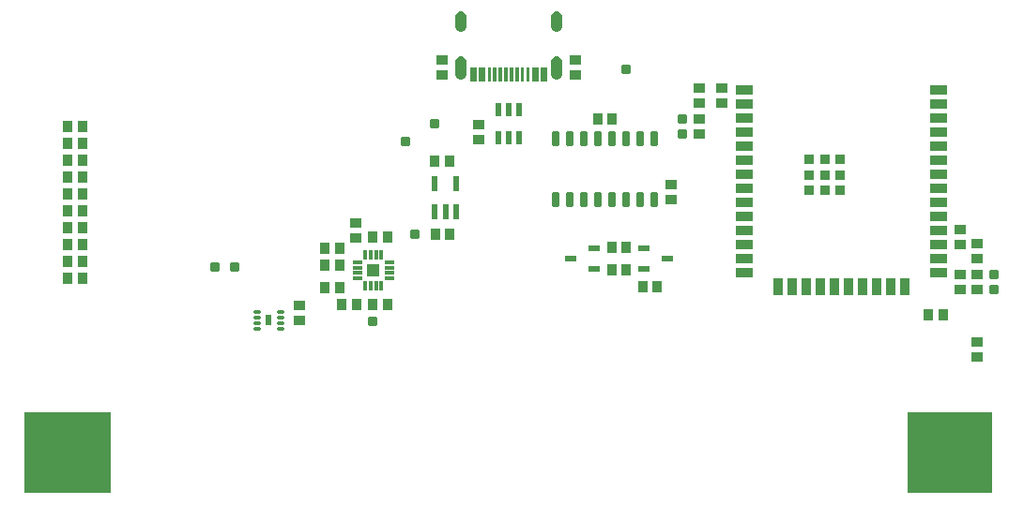
<source format=gtp>
G04*
G04 #@! TF.GenerationSoftware,Altium Limited,Altium Designer,23.9.2 (47)*
G04*
G04 Layer_Color=8421504*
%FSLAX44Y44*%
%MOMM*%
G71*
G04*
G04 #@! TF.SameCoordinates,62824387-D865-4AF8-97CC-6DA101F7C082*
G04*
G04*
G04 #@! TF.FilePolarity,Positive*
G04*
G01*
G75*
%ADD16R,1.0000X0.9000*%
%ADD17R,0.9000X1.0000*%
G04:AMPARAMS|DCode=18|XSize=1.31mm|YSize=0.62mm|CornerRadius=0.0775mm|HoleSize=0mm|Usage=FLASHONLY|Rotation=270.000|XOffset=0mm|YOffset=0mm|HoleType=Round|Shape=RoundedRectangle|*
%AMROUNDEDRECTD18*
21,1,1.3100,0.4650,0,0,270.0*
21,1,1.1550,0.6200,0,0,270.0*
1,1,0.1550,-0.2325,-0.5775*
1,1,0.1550,-0.2325,0.5775*
1,1,0.1550,0.2325,0.5775*
1,1,0.1550,0.2325,-0.5775*
%
%ADD18ROUNDEDRECTD18*%
%ADD19R,1.5000X0.9000*%
%ADD20R,0.9000X1.5000*%
%ADD21R,0.9000X0.9000*%
%ADD22O,0.7000X0.3000*%
%ADD23R,0.6000X1.4000*%
G04:AMPARAMS|DCode=24|XSize=0.86mm|YSize=0.26mm|CornerRadius=0.0325mm|HoleSize=0mm|Usage=FLASHONLY|Rotation=90.000|XOffset=0mm|YOffset=0mm|HoleType=Round|Shape=RoundedRectangle|*
%AMROUNDEDRECTD24*
21,1,0.8600,0.1950,0,0,90.0*
21,1,0.7950,0.2600,0,0,90.0*
1,1,0.0650,0.0975,0.3975*
1,1,0.0650,0.0975,-0.3975*
1,1,0.0650,-0.0975,-0.3975*
1,1,0.0650,-0.0975,0.3975*
%
%ADD24ROUNDEDRECTD24*%
G04:AMPARAMS|DCode=25|XSize=0.86mm|YSize=0.26mm|CornerRadius=0.0325mm|HoleSize=0mm|Usage=FLASHONLY|Rotation=180.000|XOffset=0mm|YOffset=0mm|HoleType=Round|Shape=RoundedRectangle|*
%AMROUNDEDRECTD25*
21,1,0.8600,0.1950,0,0,180.0*
21,1,0.7950,0.2600,0,0,180.0*
1,1,0.0650,-0.3975,0.0975*
1,1,0.0650,0.3975,0.0975*
1,1,0.0650,0.3975,-0.0975*
1,1,0.0650,-0.3975,-0.0975*
%
%ADD25ROUNDEDRECTD25*%
G04:AMPARAMS|DCode=26|XSize=0.889mm|YSize=0.889mm|CornerRadius=0.2223mm|HoleSize=0mm|Usage=FLASHONLY|Rotation=90.000|XOffset=0mm|YOffset=0mm|HoleType=Round|Shape=RoundedRectangle|*
%AMROUNDEDRECTD26*
21,1,0.8890,0.4445,0,0,90.0*
21,1,0.4445,0.8890,0,0,90.0*
1,1,0.4445,0.2223,0.2223*
1,1,0.4445,0.2223,-0.2223*
1,1,0.4445,-0.2223,-0.2223*
1,1,0.4445,-0.2223,0.2223*
%
%ADD26ROUNDEDRECTD26*%
G04:AMPARAMS|DCode=27|XSize=0.889mm|YSize=0.889mm|CornerRadius=0.2223mm|HoleSize=0mm|Usage=FLASHONLY|Rotation=0.000|XOffset=0mm|YOffset=0mm|HoleType=Round|Shape=RoundedRectangle|*
%AMROUNDEDRECTD27*
21,1,0.8890,0.4445,0,0,0.0*
21,1,0.4445,0.8890,0,0,0.0*
1,1,0.4445,0.2223,-0.2223*
1,1,0.4445,-0.2223,-0.2223*
1,1,0.4445,-0.2223,0.2223*
1,1,0.4445,0.2223,0.2223*
%
%ADD27ROUNDEDRECTD27*%
%ADD28R,1.1000X0.6000*%
G04:AMPARAMS|DCode=29|XSize=1.21mm|YSize=0.59mm|CornerRadius=0.0738mm|HoleSize=0mm|Usage=FLASHONLY|Rotation=90.000|XOffset=0mm|YOffset=0mm|HoleType=Round|Shape=RoundedRectangle|*
%AMROUNDEDRECTD29*
21,1,1.2100,0.4425,0,0,90.0*
21,1,1.0625,0.5900,0,0,90.0*
1,1,0.1475,0.2213,0.5313*
1,1,0.1475,0.2213,-0.5313*
1,1,0.1475,-0.2213,-0.5313*
1,1,0.1475,-0.2213,0.5313*
%
%ADD29ROUNDEDRECTD29*%
%ADD30R,7.7700X7.3500*%
%ADD31R,7.7000X7.3500*%
G36*
X-403968Y515811D02*
X-402561Y514405D01*
X-401800Y512567D01*
Y511572D01*
Y503573D01*
Y502578D01*
X-402561Y500740D01*
X-403968Y499334D01*
X-405806Y498573D01*
X-407795D01*
X-409632Y499334D01*
X-411039Y500740D01*
X-411800Y502578D01*
Y503573D01*
Y511572D01*
Y512567D01*
X-411039Y514405D01*
X-409632Y515811D01*
X-407795Y516572D01*
X-405806D01*
X-403968Y515811D01*
D02*
G37*
G36*
X-490368D02*
X-488962Y514405D01*
X-488201Y512567D01*
Y511572D01*
Y503573D01*
Y502578D01*
X-488962Y500740D01*
X-490368Y499334D01*
X-492206Y498573D01*
X-494195D01*
X-496033Y499334D01*
X-497439Y500740D01*
X-498201Y502578D01*
Y503573D01*
Y511572D01*
Y512567D01*
X-497439Y514405D01*
X-496033Y515811D01*
X-494195Y516572D01*
X-492206D01*
X-490368Y515811D01*
D02*
G37*
G36*
X-403968Y475513D02*
X-402561Y474106D01*
X-401800Y472269D01*
Y471274D01*
Y460274D01*
Y459279D01*
X-402561Y457442D01*
X-403968Y456035D01*
X-405806Y455274D01*
X-407795D01*
X-409632Y456035D01*
X-411039Y457442D01*
X-411800Y459279D01*
Y460274D01*
Y471274D01*
Y472269D01*
X-411039Y474106D01*
X-409632Y475513D01*
X-407795Y476274D01*
X-405806D01*
X-403968Y475513D01*
D02*
G37*
G36*
X-490368D02*
X-488962Y474106D01*
X-488201Y472269D01*
Y471274D01*
Y460274D01*
Y459279D01*
X-488962Y457442D01*
X-490368Y456035D01*
X-492206Y455274D01*
X-494195D01*
X-496033Y456035D01*
X-497439Y457442D01*
X-498201Y459279D01*
Y460274D01*
Y471274D01*
Y472269D01*
X-497439Y474106D01*
X-496033Y475513D01*
X-494195Y476274D01*
X-492206D01*
X-490368Y475513D01*
D02*
G37*
G36*
X-414999Y453493D02*
X-420999D01*
Y466493D01*
X-414999D01*
Y453493D01*
D02*
G37*
G36*
X-423000D02*
X-429000D01*
Y466493D01*
X-423000D01*
Y453493D01*
D02*
G37*
G36*
X-431000D02*
X-434000D01*
Y466493D01*
X-431000D01*
Y453493D01*
D02*
G37*
G36*
X-436001D02*
X-439001D01*
Y466493D01*
X-436001D01*
Y453493D01*
D02*
G37*
G36*
X-441000D02*
X-444000D01*
Y466493D01*
X-441000D01*
Y453493D01*
D02*
G37*
G36*
X-446001D02*
X-449001D01*
Y466493D01*
X-446001D01*
Y453493D01*
D02*
G37*
G36*
X-451000D02*
X-454000D01*
Y466493D01*
X-451000D01*
Y453493D01*
D02*
G37*
G36*
X-456001D02*
X-459001D01*
Y466493D01*
X-456001D01*
Y453493D01*
D02*
G37*
G36*
X-461000D02*
X-464000D01*
Y466493D01*
X-461000D01*
Y453493D01*
D02*
G37*
G36*
X-466001D02*
X-469001D01*
Y466493D01*
X-466001D01*
Y453493D01*
D02*
G37*
G36*
X-471001D02*
X-477001D01*
Y466493D01*
X-471001D01*
Y453493D01*
D02*
G37*
G36*
X-478999D02*
X-484999D01*
Y466493D01*
X-478999D01*
Y453493D01*
D02*
G37*
G36*
X-566950Y277512D02*
X-577550D01*
Y288112D01*
X-566950D01*
Y277512D01*
D02*
G37*
G36*
X-663769Y233194D02*
X-668870D01*
Y242295D01*
X-663769D01*
Y233194D01*
D02*
G37*
D16*
X-258064Y447586D02*
D03*
Y434086D02*
D03*
X-277700Y406254D02*
D03*
Y419754D02*
D03*
X-27510Y265538D02*
D03*
Y279038D02*
D03*
X-277700Y434194D02*
D03*
Y447694D02*
D03*
X-42750Y279038D02*
D03*
Y265538D02*
D03*
X-587580Y312166D02*
D03*
Y325666D02*
D03*
X-510200Y472624D02*
D03*
Y459124D02*
D03*
X-389799Y472624D02*
D03*
Y459124D02*
D03*
X-42750Y319824D02*
D03*
Y306324D02*
D03*
X-27510Y306724D02*
D03*
Y293224D02*
D03*
Y217824D02*
D03*
Y204324D02*
D03*
X-303100Y360464D02*
D03*
Y346964D02*
D03*
X-638380Y251244D02*
D03*
Y237744D02*
D03*
X-477090Y401174D02*
D03*
Y414674D02*
D03*
D17*
X-502882Y315214D02*
D03*
X-516382D02*
D03*
X-343722Y283210D02*
D03*
X-357221D02*
D03*
X-343722Y303530D02*
D03*
X-357221D02*
D03*
X-57590Y242824D02*
D03*
X-71090D02*
D03*
X-847583Y321310D02*
D03*
X-834083D02*
D03*
X-847583Y367030D02*
D03*
X-834083D02*
D03*
X-847583Y351790D02*
D03*
X-834083D02*
D03*
X-847583Y290830D02*
D03*
X-834083D02*
D03*
X-847583Y382270D02*
D03*
X-834083D02*
D03*
X-847583Y275590D02*
D03*
X-834083D02*
D03*
X-847583Y412750D02*
D03*
X-834083D02*
D03*
X-847583Y397510D02*
D03*
X-834083D02*
D03*
X-847583Y336550D02*
D03*
X-834083D02*
D03*
X-847583Y306070D02*
D03*
X-834083D02*
D03*
X-602420Y266954D02*
D03*
X-615920D02*
D03*
X-602420Y287274D02*
D03*
X-615920D02*
D03*
X-586926Y251714D02*
D03*
X-600426D02*
D03*
X-369940Y419354D02*
D03*
X-356440D02*
D03*
X-315762Y268224D02*
D03*
X-329262D02*
D03*
X-502960Y381254D02*
D03*
X-516460D02*
D03*
X-558986Y251714D02*
D03*
X-572486D02*
D03*
X-559240Y312547D02*
D03*
X-572740D02*
D03*
X-615920Y302514D02*
D03*
X-602420D02*
D03*
D18*
X-318340Y401964D02*
D03*
X-331040D02*
D03*
X-343740D02*
D03*
X-356440D02*
D03*
X-369140D02*
D03*
X-381840D02*
D03*
X-394540D02*
D03*
X-407240D02*
D03*
Y346964D02*
D03*
X-394540D02*
D03*
X-381840D02*
D03*
X-369140D02*
D03*
X-356440D02*
D03*
X-343740D02*
D03*
X-331040D02*
D03*
X-318340D02*
D03*
D19*
X-237500Y446024D02*
D03*
Y433324D02*
D03*
Y420624D02*
D03*
Y407924D02*
D03*
Y395224D02*
D03*
Y382524D02*
D03*
Y369824D02*
D03*
Y357124D02*
D03*
Y344424D02*
D03*
Y331724D02*
D03*
Y319024D02*
D03*
Y306324D02*
D03*
Y293624D02*
D03*
Y280924D02*
D03*
X-62500D02*
D03*
Y293624D02*
D03*
Y306324D02*
D03*
Y319024D02*
D03*
Y331724D02*
D03*
Y344424D02*
D03*
Y357124D02*
D03*
Y369824D02*
D03*
Y382524D02*
D03*
Y395224D02*
D03*
Y407924D02*
D03*
Y420624D02*
D03*
Y433324D02*
D03*
Y446024D02*
D03*
D20*
X-207150Y268424D02*
D03*
X-194450D02*
D03*
X-181750D02*
D03*
X-169050D02*
D03*
X-156350D02*
D03*
X-143650D02*
D03*
X-130950D02*
D03*
X-118250D02*
D03*
X-105550D02*
D03*
X-92850D02*
D03*
D21*
X-179000Y382824D02*
D03*
X-165000D02*
D03*
X-151000D02*
D03*
X-179000Y368824D02*
D03*
X-165000D02*
D03*
X-151000D02*
D03*
X-179000Y354824D02*
D03*
X-165000D02*
D03*
X-151000D02*
D03*
D22*
X-676820Y230244D02*
D03*
Y235244D02*
D03*
Y240244D02*
D03*
Y245244D02*
D03*
X-655820D02*
D03*
Y240244D02*
D03*
Y235244D02*
D03*
Y230244D02*
D03*
D23*
X-516460Y335934D02*
D03*
X-506960D02*
D03*
X-497460D02*
D03*
Y360934D02*
D03*
X-516460D02*
D03*
D24*
X-579750Y297162D02*
D03*
X-574750D02*
D03*
X-569750D02*
D03*
X-564750D02*
D03*
Y268462D02*
D03*
X-569750D02*
D03*
X-574750D02*
D03*
X-579750D02*
D03*
D25*
X-586600Y275312D02*
D03*
Y280312D02*
D03*
Y285312D02*
D03*
Y290312D02*
D03*
X-557900D02*
D03*
Y285312D02*
D03*
Y280312D02*
D03*
Y275312D02*
D03*
D26*
X-714580Y286004D02*
D03*
X-543130Y399034D02*
D03*
X-516460Y415544D02*
D03*
X-344170Y464058D02*
D03*
X-534240Y315214D02*
D03*
D27*
X-696800Y286004D02*
D03*
X-572340Y236474D02*
D03*
X-292940Y419754D02*
D03*
Y406254D02*
D03*
X-12270Y279038D02*
D03*
Y265538D02*
D03*
D28*
X-394492Y293370D02*
D03*
X-372491Y302870D02*
D03*
Y283870D02*
D03*
X-306451Y293370D02*
D03*
X-328451Y283870D02*
D03*
Y302870D02*
D03*
D29*
X-459655Y428094D02*
D03*
X-450155D02*
D03*
X-440655D02*
D03*
Y402994D02*
D03*
X-450155D02*
D03*
X-459655D02*
D03*
D30*
X-848000Y118364D02*
D03*
D31*
X-52000D02*
D03*
M02*

</source>
